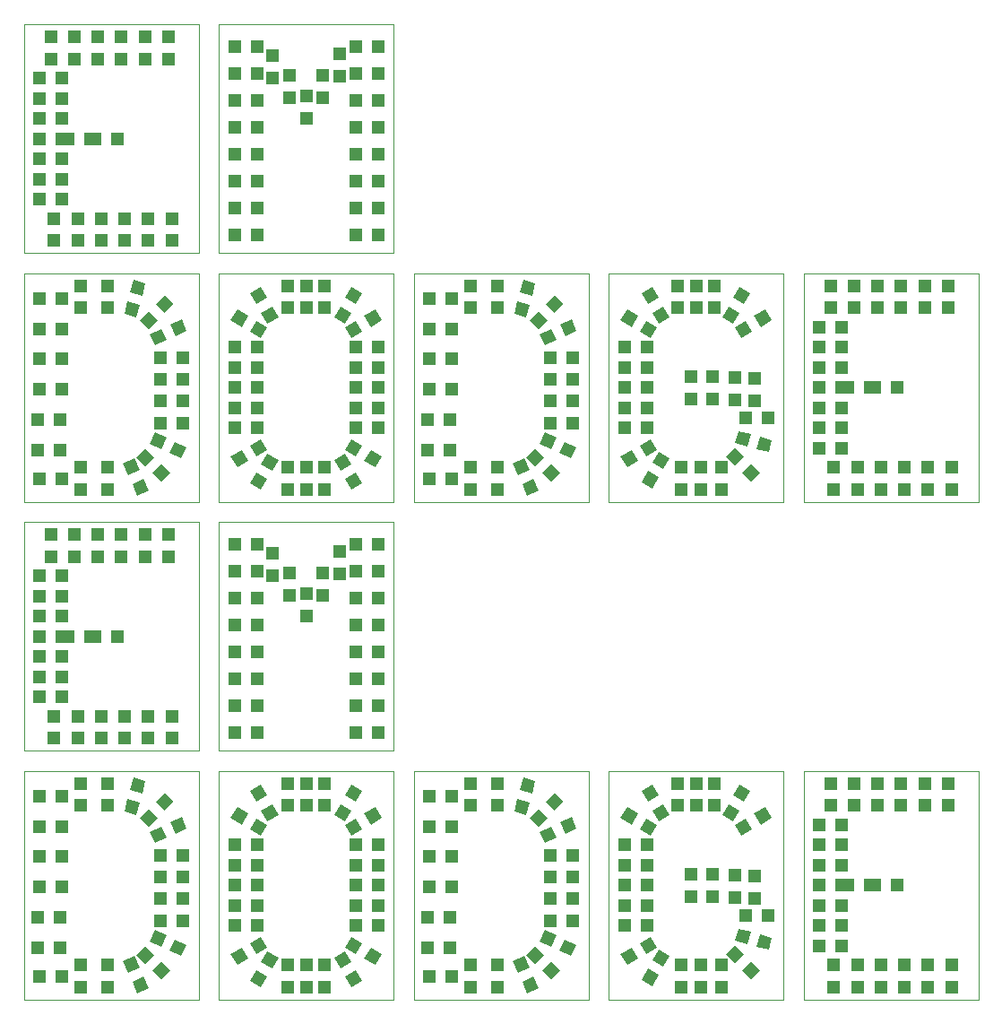
<source format=gtp>
G75*
G70*
%OFA0B0*%
%FSLAX25Y25*%
%IPPOS*%
%LPD*%
%AMOC8*
5,1,8,0,0,1.08239X$1,22.5*
%
%ADD17C,0.00000*%
%ADD19R,0.04720X0.04720*%
X0010000Y0010000D02*
G75*
%LPD*%
D17*
X0010000Y0010000D02*
X0010000Y0095000D01*
X0075000Y0095000D01*
X0075000Y0010000D01*
X0010000Y0010000D01*
D19*
X0015860Y0018750D03*
X0024130Y0018750D03*
X0031250Y0022880D03*
X0031250Y0014610D03*
X0041250Y0014610D03*
X0041250Y0022880D03*
X0023510Y0029370D03*
X0015240Y0029370D03*
X0015240Y0040620D03*
X0023510Y0040620D03*
X0024130Y0051870D03*
X0015860Y0051870D03*
X0015860Y0063120D03*
X0024130Y0063120D03*
X0024130Y0074370D03*
X0015860Y0074370D03*
X0015860Y0085620D03*
X0024130Y0085620D03*
X0031250Y0082110D03*
X0031250Y0090380D03*
X0041250Y0090380D03*
X0041250Y0082110D03*
X0060860Y0063750D03*
X0060860Y0055620D03*
X0060860Y0047500D03*
X0060860Y0039370D03*
X0069130Y0039370D03*
X0069130Y0047500D03*
X0069130Y0055620D03*
X0069130Y0063750D03*
D19*
G36*
X0058860Y0068120D02*
X0056870Y0072390D01*
X0061140Y0074380D01*
X0063130Y0070110D01*
X0058860Y0068120D01*
G37*
G36*
X0056450Y0074370D02*
X0053120Y0077700D01*
X0056450Y0081030D01*
X0059780Y0077700D01*
X0056450Y0074370D01*
G37*
G36*
X0051840Y0078740D02*
X0047290Y0079970D01*
X0048520Y0084520D01*
X0053070Y0083290D01*
X0051840Y0078740D01*
G37*
G36*
X0053980Y0086720D02*
X0049430Y0087950D01*
X0050660Y0092500D01*
X0055210Y0091270D01*
X0053980Y0086720D01*
G37*
G36*
X0062290Y0080210D02*
X0058960Y0083540D01*
X0062290Y0086870D01*
X0065620Y0083540D01*
X0062290Y0080210D01*
G37*
G36*
X0066350Y0071610D02*
X0064360Y0075880D01*
X0068630Y0077870D01*
X0070620Y0073600D01*
X0066350Y0071610D01*
G37*
G36*
X0056710Y0031600D02*
X0058700Y0035870D01*
X0062970Y0033880D01*
X0060980Y0029610D01*
X0056710Y0031600D01*
G37*
G36*
X0051870Y0026670D02*
X0055200Y0030000D01*
X0058530Y0026670D01*
X0055200Y0023340D01*
X0051870Y0026670D01*
G37*
G36*
X0046800Y0024180D02*
X0051070Y0026170D01*
X0053060Y0021900D01*
X0048790Y0019910D01*
X0046800Y0024180D01*
G37*
G36*
X0050290Y0016690D02*
X0054560Y0018680D01*
X0056550Y0014410D01*
X0052280Y0012420D01*
X0050290Y0016690D01*
G37*
G36*
X0057710Y0020820D02*
X0061040Y0024150D01*
X0064370Y0020820D01*
X0061040Y0017490D01*
X0057710Y0020820D01*
G37*
G36*
X0064210Y0028110D02*
X0066200Y0032380D01*
X0070470Y0030390D01*
X0068480Y0026120D01*
X0064210Y0028110D01*
G37*
X0082500Y0010000D02*
G75*
%LPD*%
D17*
X0082500Y0010000D02*
X0082500Y0095000D01*
X0147500Y0095000D01*
X0147500Y0010000D01*
X0082500Y0010000D01*
D19*
X0108120Y0014610D03*
X0115000Y0014610D03*
X0121870Y0014610D03*
X0121870Y0022880D03*
X0115000Y0022880D03*
X0108120Y0022880D03*
X0096630Y0037500D03*
X0096630Y0045000D03*
X0096630Y0052500D03*
X0096630Y0060000D03*
X0096630Y0067500D03*
X0088360Y0067500D03*
X0088360Y0060000D03*
X0088360Y0052500D03*
X0088360Y0045000D03*
X0088360Y0037500D03*
X0108120Y0082110D03*
X0115000Y0082110D03*
X0121870Y0082110D03*
X0121870Y0090380D03*
X0115000Y0090380D03*
X0108120Y0090380D03*
X0133360Y0067500D03*
X0133360Y0060000D03*
X0133360Y0052500D03*
X0133360Y0045000D03*
X0133360Y0037500D03*
X0141630Y0037500D03*
X0141630Y0045000D03*
X0141630Y0052500D03*
X0141630Y0060000D03*
X0141630Y0067500D03*
D19*
G36*
X0131810Y0070960D02*
X0129450Y0075040D01*
X0133530Y0077400D01*
X0135890Y0073320D01*
X0131810Y0070960D01*
G37*
G36*
X0129410Y0076320D02*
X0125330Y0078680D01*
X0127690Y0082760D01*
X0131770Y0080400D01*
X0129410Y0076320D01*
G37*
G36*
X0138970Y0075090D02*
X0136610Y0079170D01*
X0140690Y0081530D01*
X0143050Y0077450D01*
X0138970Y0075090D01*
G37*
G36*
X0133550Y0083480D02*
X0129470Y0085840D01*
X0131830Y0089920D01*
X0135910Y0087560D01*
X0133550Y0083480D01*
G37*
G36*
X0104660Y0078680D02*
X0100580Y0076320D01*
X0098220Y0080400D01*
X0102300Y0082760D01*
X0104660Y0078680D01*
G37*
G36*
X0100550Y0075040D02*
X0098190Y0070960D01*
X0094110Y0073320D01*
X0096470Y0077400D01*
X0100550Y0075040D01*
G37*
G36*
X0093390Y0079170D02*
X0091030Y0075090D01*
X0086950Y0077450D01*
X0089310Y0081530D01*
X0093390Y0079170D01*
G37*
G36*
X0100520Y0085840D02*
X0096440Y0083480D01*
X0094080Y0087560D01*
X0098160Y0089920D01*
X0100520Y0085840D01*
G37*
G36*
X0098190Y0033410D02*
X0100550Y0029330D01*
X0096470Y0026970D01*
X0094110Y0031050D01*
X0098190Y0033410D01*
G37*
G36*
X0100580Y0028050D02*
X0104660Y0025690D01*
X0102300Y0021610D01*
X0098220Y0023970D01*
X0100580Y0028050D01*
G37*
G36*
X0096440Y0020890D02*
X0100520Y0018530D01*
X0098160Y0014450D01*
X0094080Y0016810D01*
X0096440Y0020890D01*
G37*
G36*
X0091030Y0029270D02*
X0093390Y0025190D01*
X0089310Y0022830D01*
X0086950Y0026910D01*
X0091030Y0029270D01*
G37*
G36*
X0125330Y0025690D02*
X0129410Y0028050D01*
X0131770Y0023970D01*
X0127690Y0021610D01*
X0125330Y0025690D01*
G37*
G36*
X0129450Y0029330D02*
X0131810Y0033410D01*
X0135890Y0031050D01*
X0133530Y0026970D01*
X0129450Y0029330D01*
G37*
G36*
X0136610Y0025190D02*
X0138970Y0029270D01*
X0143050Y0026910D01*
X0140690Y0022830D01*
X0136610Y0025190D01*
G37*
G36*
X0129470Y0018530D02*
X0133550Y0020890D01*
X0135910Y0016810D01*
X0131830Y0014450D01*
X0129470Y0018530D01*
G37*
X0155000Y0010000D02*
G75*
%LPD*%
D17*
X0155000Y0010000D02*
X0155000Y0095000D01*
X0220000Y0095000D01*
X0220000Y0010000D01*
X0155000Y0010000D01*
D19*
X0160860Y0018750D03*
X0169130Y0018750D03*
X0176250Y0022880D03*
X0176250Y0014610D03*
X0186250Y0014610D03*
X0186250Y0022880D03*
X0168510Y0029370D03*
X0160240Y0029370D03*
X0160240Y0040620D03*
X0168510Y0040620D03*
X0169130Y0051870D03*
X0160860Y0051870D03*
X0160860Y0063120D03*
X0169130Y0063120D03*
X0169130Y0074370D03*
X0160860Y0074370D03*
X0160860Y0085620D03*
X0169130Y0085620D03*
X0176250Y0082110D03*
X0176250Y0090380D03*
X0186250Y0090380D03*
X0186250Y0082110D03*
X0205860Y0063750D03*
X0205860Y0055620D03*
X0205860Y0047500D03*
X0205860Y0039370D03*
X0214130Y0039370D03*
X0214130Y0047500D03*
X0214130Y0055620D03*
X0214130Y0063750D03*
D19*
G36*
X0203860Y0068120D02*
X0201870Y0072390D01*
X0206140Y0074380D01*
X0208130Y0070110D01*
X0203860Y0068120D01*
G37*
G36*
X0201450Y0074370D02*
X0198120Y0077700D01*
X0201450Y0081030D01*
X0204780Y0077700D01*
X0201450Y0074370D01*
G37*
G36*
X0196840Y0078740D02*
X0192290Y0079970D01*
X0193520Y0084520D01*
X0198070Y0083290D01*
X0196840Y0078740D01*
G37*
G36*
X0198980Y0086720D02*
X0194430Y0087950D01*
X0195660Y0092500D01*
X0200210Y0091270D01*
X0198980Y0086720D01*
G37*
G36*
X0207290Y0080210D02*
X0203960Y0083540D01*
X0207290Y0086870D01*
X0210620Y0083540D01*
X0207290Y0080210D01*
G37*
G36*
X0211350Y0071610D02*
X0209360Y0075880D01*
X0213630Y0077870D01*
X0215620Y0073600D01*
X0211350Y0071610D01*
G37*
G36*
X0201710Y0031600D02*
X0203700Y0035870D01*
X0207970Y0033880D01*
X0205980Y0029610D01*
X0201710Y0031600D01*
G37*
G36*
X0196870Y0026670D02*
X0200200Y0030000D01*
X0203530Y0026670D01*
X0200200Y0023340D01*
X0196870Y0026670D01*
G37*
G36*
X0191800Y0024180D02*
X0196070Y0026170D01*
X0198060Y0021900D01*
X0193790Y0019910D01*
X0191800Y0024180D01*
G37*
G36*
X0195290Y0016690D02*
X0199560Y0018680D01*
X0201550Y0014410D01*
X0197280Y0012420D01*
X0195290Y0016690D01*
G37*
G36*
X0202710Y0020820D02*
X0206040Y0024150D01*
X0209370Y0020820D01*
X0206040Y0017490D01*
X0202710Y0020820D01*
G37*
G36*
X0209210Y0028110D02*
X0211200Y0032380D01*
X0215470Y0030390D01*
X0213480Y0026120D01*
X0209210Y0028110D01*
G37*
X0227500Y0010000D02*
G75*
%LPD*%
D17*
X0227500Y0010000D02*
X0227500Y0095000D01*
X0292500Y0095000D01*
X0292500Y0010000D01*
X0227500Y0010000D01*
D19*
X0233360Y0037500D03*
X0233360Y0045000D03*
X0233360Y0052500D03*
X0233360Y0060000D03*
X0233360Y0067500D03*
X0241630Y0067500D03*
X0241630Y0060000D03*
X0241630Y0052500D03*
X0241630Y0045000D03*
X0241630Y0037500D03*
X0254370Y0022880D03*
X0261870Y0022880D03*
X0269370Y0022880D03*
X0269370Y0014610D03*
X0261870Y0014610D03*
X0254370Y0014610D03*
X0278360Y0041250D03*
X0281870Y0047740D03*
X0286630Y0041250D03*
X0274370Y0047870D03*
X0266250Y0048360D03*
X0258120Y0048360D03*
X0258120Y0056630D03*
X0266250Y0056630D03*
X0274370Y0056140D03*
X0281870Y0056010D03*
X0266870Y0082110D03*
X0260000Y0082110D03*
X0253120Y0082110D03*
X0253120Y0090380D03*
X0260000Y0090380D03*
X0266870Y0090380D03*
D19*
G36*
X0276200Y0089920D02*
X0280280Y0087560D01*
X0277920Y0083480D01*
X0273840Y0085840D01*
X0276200Y0089920D01*
G37*
G36*
X0272070Y0082760D02*
X0276150Y0080400D01*
X0273790Y0076320D01*
X0269710Y0078680D01*
X0272070Y0082760D01*
G37*
G36*
X0278530Y0077400D02*
X0280890Y0073320D01*
X0276810Y0070960D01*
X0274450Y0075040D01*
X0278530Y0077400D01*
G37*
G36*
X0285690Y0081530D02*
X0288050Y0077450D01*
X0283970Y0075090D01*
X0281610Y0079170D01*
X0285690Y0081530D01*
G37*
G36*
X0243840Y0080400D02*
X0247920Y0082760D01*
X0250280Y0078680D01*
X0246200Y0076320D01*
X0243840Y0080400D01*
G37*
G36*
X0239110Y0073320D02*
X0241470Y0077400D01*
X0245550Y0075040D01*
X0243190Y0070960D01*
X0239110Y0073320D01*
G37*
G36*
X0231950Y0077450D02*
X0234310Y0081530D01*
X0238390Y0079170D01*
X0236030Y0075090D01*
X0231950Y0077450D01*
G37*
G36*
X0239710Y0087560D02*
X0243790Y0089920D01*
X0246150Y0085840D01*
X0242070Y0083480D01*
X0239710Y0087560D01*
G37*
G36*
X0280300Y0035160D02*
X0279070Y0030610D01*
X0274520Y0031840D01*
X0275750Y0036390D01*
X0280300Y0035160D01*
G37*
G36*
X0288280Y0033020D02*
X0287050Y0028470D01*
X0282500Y0029700D01*
X0283730Y0034250D01*
X0288280Y0033020D01*
G37*
G36*
X0283660Y0020920D02*
X0280330Y0017590D01*
X0277000Y0020920D01*
X0280330Y0024250D01*
X0283660Y0020920D01*
G37*
G36*
X0277820Y0026770D02*
X0274490Y0023440D01*
X0271160Y0026770D01*
X0274490Y0030100D01*
X0277820Y0026770D01*
G37*
G36*
X0247920Y0022230D02*
X0243840Y0024590D01*
X0246200Y0028670D01*
X0250280Y0026310D01*
X0247920Y0022230D01*
G37*
G36*
X0243790Y0015070D02*
X0239710Y0017430D01*
X0242070Y0021510D01*
X0246150Y0019150D01*
X0243790Y0015070D01*
G37*
G36*
X0234310Y0022830D02*
X0231950Y0026910D01*
X0236030Y0029270D01*
X0238390Y0025190D01*
X0234310Y0022830D01*
G37*
G36*
X0241470Y0026970D02*
X0239110Y0031050D01*
X0243190Y0033410D01*
X0245550Y0029330D01*
X0241470Y0026970D01*
G37*
X0300000Y0010000D02*
G75*
%LPD*%
D17*
X0300000Y0010000D02*
X0300000Y0095000D01*
X0365000Y0095000D01*
X0365000Y0010000D01*
X0300000Y0010000D01*
D19*
X0311250Y0014610D03*
X0311250Y0022880D03*
X0314130Y0030000D03*
X0314130Y0037500D03*
X0314130Y0045000D03*
X0314130Y0052500D03*
X0316490Y0052500D03*
X0314130Y0060000D03*
X0314130Y0067500D03*
X0314130Y0075000D03*
X0310000Y0082110D03*
X0305860Y0075000D03*
X0305860Y0067500D03*
X0305860Y0060000D03*
X0305860Y0052500D03*
X0305860Y0045000D03*
X0305860Y0037500D03*
X0305860Y0030000D03*
X0320000Y0022880D03*
X0320000Y0014610D03*
X0328750Y0014610D03*
X0328750Y0022880D03*
X0337500Y0022880D03*
X0337500Y0014610D03*
X0346250Y0014610D03*
X0346250Y0022880D03*
X0355000Y0022880D03*
X0355000Y0014610D03*
X0334760Y0052500D03*
X0326490Y0052500D03*
X0324760Y0052500D03*
X0327500Y0082110D03*
X0327500Y0090380D03*
X0318750Y0090380D03*
X0318750Y0082110D03*
X0310000Y0090380D03*
X0336250Y0090380D03*
X0336250Y0082110D03*
X0345000Y0082110D03*
X0345000Y0090380D03*
X0353750Y0090380D03*
X0353750Y0082110D03*
X0010000Y0102500D02*
G75*
%LPD*%
D17*
X0010000Y0102500D02*
X0010000Y0187500D01*
X0075000Y0187500D01*
X0075000Y0102500D01*
X0010000Y0102500D01*
D19*
X0021250Y0107110D03*
X0021250Y0115380D03*
X0024130Y0122500D03*
X0024130Y0130000D03*
X0024130Y0137500D03*
X0024130Y0145000D03*
X0026490Y0145000D03*
X0024130Y0152500D03*
X0024130Y0160000D03*
X0024130Y0167500D03*
X0020000Y0174610D03*
X0015860Y0167500D03*
X0015860Y0160000D03*
X0015860Y0152500D03*
X0015860Y0145000D03*
X0015860Y0137500D03*
X0015860Y0130000D03*
X0015860Y0122500D03*
X0030000Y0115380D03*
X0030000Y0107110D03*
X0038750Y0107110D03*
X0038750Y0115380D03*
X0047500Y0115380D03*
X0047500Y0107110D03*
X0056250Y0107110D03*
X0056250Y0115380D03*
X0065000Y0115380D03*
X0065000Y0107110D03*
X0044760Y0145000D03*
X0036490Y0145000D03*
X0034760Y0145000D03*
X0037500Y0174610D03*
X0037500Y0182880D03*
X0028750Y0182880D03*
X0028750Y0174610D03*
X0020000Y0182880D03*
X0046250Y0182880D03*
X0046250Y0174610D03*
X0055000Y0174610D03*
X0055000Y0182880D03*
X0063750Y0182880D03*
X0063750Y0174610D03*
X0082500Y0102500D02*
G75*
%LPD*%
D17*
X0082500Y0102500D02*
X0082500Y0187500D01*
X0147500Y0187500D01*
X0147500Y0102500D01*
X0082500Y0102500D01*
D19*
X0088360Y0109370D03*
X0096630Y0109370D03*
X0096630Y0119370D03*
X0088360Y0119370D03*
X0088360Y0129370D03*
X0096630Y0129370D03*
X0096630Y0139370D03*
X0088360Y0139370D03*
X0088360Y0149370D03*
X0096630Y0149370D03*
X0096630Y0159370D03*
X0088360Y0159370D03*
X0088360Y0169370D03*
X0096630Y0169370D03*
X0102500Y0167740D03*
X0108750Y0168510D03*
X0102500Y0176010D03*
X0096630Y0179370D03*
X0088360Y0179370D03*
X0108750Y0160240D03*
X0115000Y0161010D03*
X0121250Y0160240D03*
X0121250Y0168510D03*
X0127500Y0168360D03*
X0133360Y0169370D03*
X0127500Y0176630D03*
X0133360Y0179370D03*
X0141630Y0179370D03*
X0141630Y0169370D03*
X0141630Y0159370D03*
X0133360Y0159370D03*
X0133360Y0149370D03*
X0141630Y0149370D03*
X0141630Y0139370D03*
X0133360Y0139370D03*
X0133360Y0129370D03*
X0141630Y0129370D03*
X0141630Y0119370D03*
X0133360Y0119370D03*
X0133360Y0109370D03*
X0141630Y0109370D03*
X0115000Y0152740D03*
X0010000Y0195000D02*
G75*
%LPD*%
D17*
X0010000Y0195000D02*
X0010000Y0280000D01*
X0075000Y0280000D01*
X0075000Y0195000D01*
X0010000Y0195000D01*
D19*
X0015860Y0203750D03*
X0024130Y0203750D03*
X0031250Y0207880D03*
X0031250Y0199610D03*
X0041250Y0199610D03*
X0041250Y0207880D03*
X0023510Y0214370D03*
X0015240Y0214370D03*
X0015240Y0225620D03*
X0023510Y0225620D03*
X0024130Y0236870D03*
X0015860Y0236870D03*
X0015860Y0248120D03*
X0024130Y0248120D03*
X0024130Y0259370D03*
X0015860Y0259370D03*
X0015860Y0270620D03*
X0024130Y0270620D03*
X0031250Y0267110D03*
X0031250Y0275380D03*
X0041250Y0275380D03*
X0041250Y0267110D03*
X0060860Y0248750D03*
X0060860Y0240620D03*
X0060860Y0232500D03*
X0060860Y0224370D03*
X0069130Y0224370D03*
X0069130Y0232500D03*
X0069130Y0240620D03*
X0069130Y0248750D03*
D19*
G36*
X0058860Y0253120D02*
X0056870Y0257390D01*
X0061140Y0259380D01*
X0063130Y0255110D01*
X0058860Y0253120D01*
G37*
G36*
X0056450Y0259370D02*
X0053120Y0262700D01*
X0056450Y0266030D01*
X0059780Y0262700D01*
X0056450Y0259370D01*
G37*
G36*
X0051840Y0263740D02*
X0047290Y0264970D01*
X0048520Y0269520D01*
X0053070Y0268290D01*
X0051840Y0263740D01*
G37*
G36*
X0053980Y0271720D02*
X0049430Y0272950D01*
X0050660Y0277500D01*
X0055210Y0276270D01*
X0053980Y0271720D01*
G37*
G36*
X0062290Y0265210D02*
X0058960Y0268540D01*
X0062290Y0271870D01*
X0065620Y0268540D01*
X0062290Y0265210D01*
G37*
G36*
X0066350Y0256610D02*
X0064360Y0260880D01*
X0068630Y0262870D01*
X0070620Y0258600D01*
X0066350Y0256610D01*
G37*
G36*
X0056710Y0216600D02*
X0058700Y0220870D01*
X0062970Y0218880D01*
X0060980Y0214610D01*
X0056710Y0216600D01*
G37*
G36*
X0051870Y0211670D02*
X0055200Y0215000D01*
X0058530Y0211670D01*
X0055200Y0208340D01*
X0051870Y0211670D01*
G37*
G36*
X0046800Y0209180D02*
X0051070Y0211170D01*
X0053060Y0206900D01*
X0048790Y0204910D01*
X0046800Y0209180D01*
G37*
G36*
X0050290Y0201690D02*
X0054560Y0203680D01*
X0056550Y0199410D01*
X0052280Y0197420D01*
X0050290Y0201690D01*
G37*
G36*
X0057710Y0205820D02*
X0061040Y0209150D01*
X0064370Y0205820D01*
X0061040Y0202490D01*
X0057710Y0205820D01*
G37*
G36*
X0064210Y0213110D02*
X0066200Y0217380D01*
X0070470Y0215390D01*
X0068480Y0211120D01*
X0064210Y0213110D01*
G37*
X0082500Y0195000D02*
G75*
%LPD*%
D17*
X0082500Y0195000D02*
X0082500Y0280000D01*
X0147500Y0280000D01*
X0147500Y0195000D01*
X0082500Y0195000D01*
D19*
X0108120Y0199610D03*
X0115000Y0199610D03*
X0121870Y0199610D03*
X0121870Y0207880D03*
X0115000Y0207880D03*
X0108120Y0207880D03*
X0096630Y0222500D03*
X0096630Y0230000D03*
X0096630Y0237500D03*
X0096630Y0245000D03*
X0096630Y0252500D03*
X0088360Y0252500D03*
X0088360Y0245000D03*
X0088360Y0237500D03*
X0088360Y0230000D03*
X0088360Y0222500D03*
X0108120Y0267110D03*
X0115000Y0267110D03*
X0121870Y0267110D03*
X0121870Y0275380D03*
X0115000Y0275380D03*
X0108120Y0275380D03*
X0133360Y0252500D03*
X0133360Y0245000D03*
X0133360Y0237500D03*
X0133360Y0230000D03*
X0133360Y0222500D03*
X0141630Y0222500D03*
X0141630Y0230000D03*
X0141630Y0237500D03*
X0141630Y0245000D03*
X0141630Y0252500D03*
D19*
G36*
X0131810Y0255960D02*
X0129450Y0260040D01*
X0133530Y0262400D01*
X0135890Y0258320D01*
X0131810Y0255960D01*
G37*
G36*
X0129410Y0261320D02*
X0125330Y0263680D01*
X0127690Y0267760D01*
X0131770Y0265400D01*
X0129410Y0261320D01*
G37*
G36*
X0138970Y0260090D02*
X0136610Y0264170D01*
X0140690Y0266530D01*
X0143050Y0262450D01*
X0138970Y0260090D01*
G37*
G36*
X0133550Y0268480D02*
X0129470Y0270840D01*
X0131830Y0274920D01*
X0135910Y0272560D01*
X0133550Y0268480D01*
G37*
G36*
X0104660Y0263680D02*
X0100580Y0261320D01*
X0098220Y0265400D01*
X0102300Y0267760D01*
X0104660Y0263680D01*
G37*
G36*
X0100550Y0260040D02*
X0098190Y0255960D01*
X0094110Y0258320D01*
X0096470Y0262400D01*
X0100550Y0260040D01*
G37*
G36*
X0093390Y0264170D02*
X0091030Y0260090D01*
X0086950Y0262450D01*
X0089310Y0266530D01*
X0093390Y0264170D01*
G37*
G36*
X0100520Y0270840D02*
X0096440Y0268480D01*
X0094080Y0272560D01*
X0098160Y0274920D01*
X0100520Y0270840D01*
G37*
G36*
X0098190Y0218410D02*
X0100550Y0214330D01*
X0096470Y0211970D01*
X0094110Y0216050D01*
X0098190Y0218410D01*
G37*
G36*
X0100580Y0213050D02*
X0104660Y0210690D01*
X0102300Y0206610D01*
X0098220Y0208970D01*
X0100580Y0213050D01*
G37*
G36*
X0096440Y0205890D02*
X0100520Y0203530D01*
X0098160Y0199450D01*
X0094080Y0201810D01*
X0096440Y0205890D01*
G37*
G36*
X0091030Y0214270D02*
X0093390Y0210190D01*
X0089310Y0207830D01*
X0086950Y0211910D01*
X0091030Y0214270D01*
G37*
G36*
X0125330Y0210690D02*
X0129410Y0213050D01*
X0131770Y0208970D01*
X0127690Y0206610D01*
X0125330Y0210690D01*
G37*
G36*
X0129450Y0214330D02*
X0131810Y0218410D01*
X0135890Y0216050D01*
X0133530Y0211970D01*
X0129450Y0214330D01*
G37*
G36*
X0136610Y0210190D02*
X0138970Y0214270D01*
X0143050Y0211910D01*
X0140690Y0207830D01*
X0136610Y0210190D01*
G37*
G36*
X0129470Y0203530D02*
X0133550Y0205890D01*
X0135910Y0201810D01*
X0131830Y0199450D01*
X0129470Y0203530D01*
G37*
X0155000Y0195000D02*
G75*
%LPD*%
D17*
X0155000Y0195000D02*
X0155000Y0280000D01*
X0220000Y0280000D01*
X0220000Y0195000D01*
X0155000Y0195000D01*
D19*
X0160860Y0203750D03*
X0169130Y0203750D03*
X0176250Y0207880D03*
X0176250Y0199610D03*
X0186250Y0199610D03*
X0186250Y0207880D03*
X0168510Y0214370D03*
X0160240Y0214370D03*
X0160240Y0225620D03*
X0168510Y0225620D03*
X0169130Y0236870D03*
X0160860Y0236870D03*
X0160860Y0248120D03*
X0169130Y0248120D03*
X0169130Y0259370D03*
X0160860Y0259370D03*
X0160860Y0270620D03*
X0169130Y0270620D03*
X0176250Y0267110D03*
X0176250Y0275380D03*
X0186250Y0275380D03*
X0186250Y0267110D03*
X0205860Y0248750D03*
X0205860Y0240620D03*
X0205860Y0232500D03*
X0205860Y0224370D03*
X0214130Y0224370D03*
X0214130Y0232500D03*
X0214130Y0240620D03*
X0214130Y0248750D03*
D19*
G36*
X0203860Y0253120D02*
X0201870Y0257390D01*
X0206140Y0259380D01*
X0208130Y0255110D01*
X0203860Y0253120D01*
G37*
G36*
X0201450Y0259370D02*
X0198120Y0262700D01*
X0201450Y0266030D01*
X0204780Y0262700D01*
X0201450Y0259370D01*
G37*
G36*
X0196840Y0263740D02*
X0192290Y0264970D01*
X0193520Y0269520D01*
X0198070Y0268290D01*
X0196840Y0263740D01*
G37*
G36*
X0198980Y0271720D02*
X0194430Y0272950D01*
X0195660Y0277500D01*
X0200210Y0276270D01*
X0198980Y0271720D01*
G37*
G36*
X0207290Y0265210D02*
X0203960Y0268540D01*
X0207290Y0271870D01*
X0210620Y0268540D01*
X0207290Y0265210D01*
G37*
G36*
X0211350Y0256610D02*
X0209360Y0260880D01*
X0213630Y0262870D01*
X0215620Y0258600D01*
X0211350Y0256610D01*
G37*
G36*
X0201710Y0216600D02*
X0203700Y0220870D01*
X0207970Y0218880D01*
X0205980Y0214610D01*
X0201710Y0216600D01*
G37*
G36*
X0196870Y0211670D02*
X0200200Y0215000D01*
X0203530Y0211670D01*
X0200200Y0208340D01*
X0196870Y0211670D01*
G37*
G36*
X0191800Y0209180D02*
X0196070Y0211170D01*
X0198060Y0206900D01*
X0193790Y0204910D01*
X0191800Y0209180D01*
G37*
G36*
X0195290Y0201690D02*
X0199560Y0203680D01*
X0201550Y0199410D01*
X0197280Y0197420D01*
X0195290Y0201690D01*
G37*
G36*
X0202710Y0205820D02*
X0206040Y0209150D01*
X0209370Y0205820D01*
X0206040Y0202490D01*
X0202710Y0205820D01*
G37*
G36*
X0209210Y0213110D02*
X0211200Y0217380D01*
X0215470Y0215390D01*
X0213480Y0211120D01*
X0209210Y0213110D01*
G37*
X0227500Y0195000D02*
G75*
%LPD*%
D17*
X0227500Y0195000D02*
X0227500Y0280000D01*
X0292500Y0280000D01*
X0292500Y0195000D01*
X0227500Y0195000D01*
D19*
X0233360Y0222500D03*
X0233360Y0230000D03*
X0233360Y0237500D03*
X0233360Y0245000D03*
X0233360Y0252500D03*
X0241630Y0252500D03*
X0241630Y0245000D03*
X0241630Y0237500D03*
X0241630Y0230000D03*
X0241630Y0222500D03*
X0254370Y0207880D03*
X0261870Y0207880D03*
X0269370Y0207880D03*
X0269370Y0199610D03*
X0261870Y0199610D03*
X0254370Y0199610D03*
X0278360Y0226250D03*
X0281870Y0232740D03*
X0286630Y0226250D03*
X0274370Y0232870D03*
X0266250Y0233360D03*
X0258120Y0233360D03*
X0258120Y0241630D03*
X0266250Y0241630D03*
X0274370Y0241140D03*
X0281870Y0241010D03*
X0266870Y0267110D03*
X0260000Y0267110D03*
X0253120Y0267110D03*
X0253120Y0275380D03*
X0260000Y0275380D03*
X0266870Y0275380D03*
D19*
G36*
X0276200Y0274920D02*
X0280280Y0272560D01*
X0277920Y0268480D01*
X0273840Y0270840D01*
X0276200Y0274920D01*
G37*
G36*
X0272070Y0267760D02*
X0276150Y0265400D01*
X0273790Y0261320D01*
X0269710Y0263680D01*
X0272070Y0267760D01*
G37*
G36*
X0278530Y0262400D02*
X0280890Y0258320D01*
X0276810Y0255960D01*
X0274450Y0260040D01*
X0278530Y0262400D01*
G37*
G36*
X0285690Y0266530D02*
X0288050Y0262450D01*
X0283970Y0260090D01*
X0281610Y0264170D01*
X0285690Y0266530D01*
G37*
G36*
X0243840Y0265400D02*
X0247920Y0267760D01*
X0250280Y0263680D01*
X0246200Y0261320D01*
X0243840Y0265400D01*
G37*
G36*
X0239110Y0258320D02*
X0241470Y0262400D01*
X0245550Y0260040D01*
X0243190Y0255960D01*
X0239110Y0258320D01*
G37*
G36*
X0231950Y0262450D02*
X0234310Y0266530D01*
X0238390Y0264170D01*
X0236030Y0260090D01*
X0231950Y0262450D01*
G37*
G36*
X0239710Y0272560D02*
X0243790Y0274920D01*
X0246150Y0270840D01*
X0242070Y0268480D01*
X0239710Y0272560D01*
G37*
G36*
X0280300Y0220160D02*
X0279070Y0215610D01*
X0274520Y0216840D01*
X0275750Y0221390D01*
X0280300Y0220160D01*
G37*
G36*
X0288280Y0218020D02*
X0287050Y0213470D01*
X0282500Y0214700D01*
X0283730Y0219250D01*
X0288280Y0218020D01*
G37*
G36*
X0283660Y0205920D02*
X0280330Y0202590D01*
X0277000Y0205920D01*
X0280330Y0209250D01*
X0283660Y0205920D01*
G37*
G36*
X0277820Y0211770D02*
X0274490Y0208440D01*
X0271160Y0211770D01*
X0274490Y0215100D01*
X0277820Y0211770D01*
G37*
G36*
X0247920Y0207230D02*
X0243840Y0209590D01*
X0246200Y0213670D01*
X0250280Y0211310D01*
X0247920Y0207230D01*
G37*
G36*
X0243790Y0200070D02*
X0239710Y0202430D01*
X0242070Y0206510D01*
X0246150Y0204150D01*
X0243790Y0200070D01*
G37*
G36*
X0234310Y0207830D02*
X0231950Y0211910D01*
X0236030Y0214270D01*
X0238390Y0210190D01*
X0234310Y0207830D01*
G37*
G36*
X0241470Y0211970D02*
X0239110Y0216050D01*
X0243190Y0218410D01*
X0245550Y0214330D01*
X0241470Y0211970D01*
G37*
X0300000Y0195000D02*
G75*
%LPD*%
D17*
X0300000Y0195000D02*
X0300000Y0280000D01*
X0365000Y0280000D01*
X0365000Y0195000D01*
X0300000Y0195000D01*
D19*
X0311250Y0199610D03*
X0311250Y0207880D03*
X0314130Y0215000D03*
X0314130Y0222500D03*
X0314130Y0230000D03*
X0314130Y0237500D03*
X0316490Y0237500D03*
X0314130Y0245000D03*
X0314130Y0252500D03*
X0314130Y0260000D03*
X0310000Y0267110D03*
X0305860Y0260000D03*
X0305860Y0252500D03*
X0305860Y0245000D03*
X0305860Y0237500D03*
X0305860Y0230000D03*
X0305860Y0222500D03*
X0305860Y0215000D03*
X0320000Y0207880D03*
X0320000Y0199610D03*
X0328750Y0199610D03*
X0328750Y0207880D03*
X0337500Y0207880D03*
X0337500Y0199610D03*
X0346250Y0199610D03*
X0346250Y0207880D03*
X0355000Y0207880D03*
X0355000Y0199610D03*
X0334760Y0237500D03*
X0326490Y0237500D03*
X0324760Y0237500D03*
X0327500Y0267110D03*
X0327500Y0275380D03*
X0318750Y0275380D03*
X0318750Y0267110D03*
X0310000Y0275380D03*
X0336250Y0275380D03*
X0336250Y0267110D03*
X0345000Y0267110D03*
X0345000Y0275380D03*
X0353750Y0275380D03*
X0353750Y0267110D03*
X0010000Y0287500D02*
G75*
%LPD*%
D17*
X0010000Y0287500D02*
X0010000Y0372500D01*
X0075000Y0372500D01*
X0075000Y0287500D01*
X0010000Y0287500D01*
D19*
X0021250Y0292110D03*
X0021250Y0300380D03*
X0024130Y0307500D03*
X0024130Y0315000D03*
X0024130Y0322500D03*
X0024130Y0330000D03*
X0026490Y0330000D03*
X0024130Y0337500D03*
X0024130Y0345000D03*
X0024130Y0352500D03*
X0020000Y0359610D03*
X0015860Y0352500D03*
X0015860Y0345000D03*
X0015860Y0337500D03*
X0015860Y0330000D03*
X0015860Y0322500D03*
X0015860Y0315000D03*
X0015860Y0307500D03*
X0030000Y0300380D03*
X0030000Y0292110D03*
X0038750Y0292110D03*
X0038750Y0300380D03*
X0047500Y0300380D03*
X0047500Y0292110D03*
X0056250Y0292110D03*
X0056250Y0300380D03*
X0065000Y0300380D03*
X0065000Y0292110D03*
X0044760Y0330000D03*
X0036490Y0330000D03*
X0034760Y0330000D03*
X0037500Y0359610D03*
X0037500Y0367880D03*
X0028750Y0367880D03*
X0028750Y0359610D03*
X0020000Y0367880D03*
X0046250Y0367880D03*
X0046250Y0359610D03*
X0055000Y0359610D03*
X0055000Y0367880D03*
X0063750Y0367880D03*
X0063750Y0359610D03*
X0082500Y0287500D02*
G75*
%LPD*%
D17*
X0082500Y0287500D02*
X0082500Y0372500D01*
X0147500Y0372500D01*
X0147500Y0287500D01*
X0082500Y0287500D01*
D19*
X0088360Y0294370D03*
X0096630Y0294370D03*
X0096630Y0304370D03*
X0088360Y0304370D03*
X0088360Y0314370D03*
X0096630Y0314370D03*
X0096630Y0324370D03*
X0088360Y0324370D03*
X0088360Y0334370D03*
X0096630Y0334370D03*
X0096630Y0344370D03*
X0088360Y0344370D03*
X0088360Y0354370D03*
X0096630Y0354370D03*
X0102500Y0352740D03*
X0108750Y0353510D03*
X0102500Y0361010D03*
X0096630Y0364370D03*
X0088360Y0364370D03*
X0108750Y0345240D03*
X0115000Y0346010D03*
X0121250Y0345240D03*
X0121250Y0353510D03*
X0127500Y0353360D03*
X0133360Y0354370D03*
X0127500Y0361630D03*
X0133360Y0364370D03*
X0141630Y0364370D03*
X0141630Y0354370D03*
X0141630Y0344370D03*
X0133360Y0344370D03*
X0133360Y0334370D03*
X0141630Y0334370D03*
X0141630Y0324370D03*
X0133360Y0324370D03*
X0133360Y0314370D03*
X0141630Y0314370D03*
X0141630Y0304370D03*
X0133360Y0304370D03*
X0133360Y0294370D03*
X0141630Y0294370D03*
X0115000Y0337740D03*
M02*

</source>
